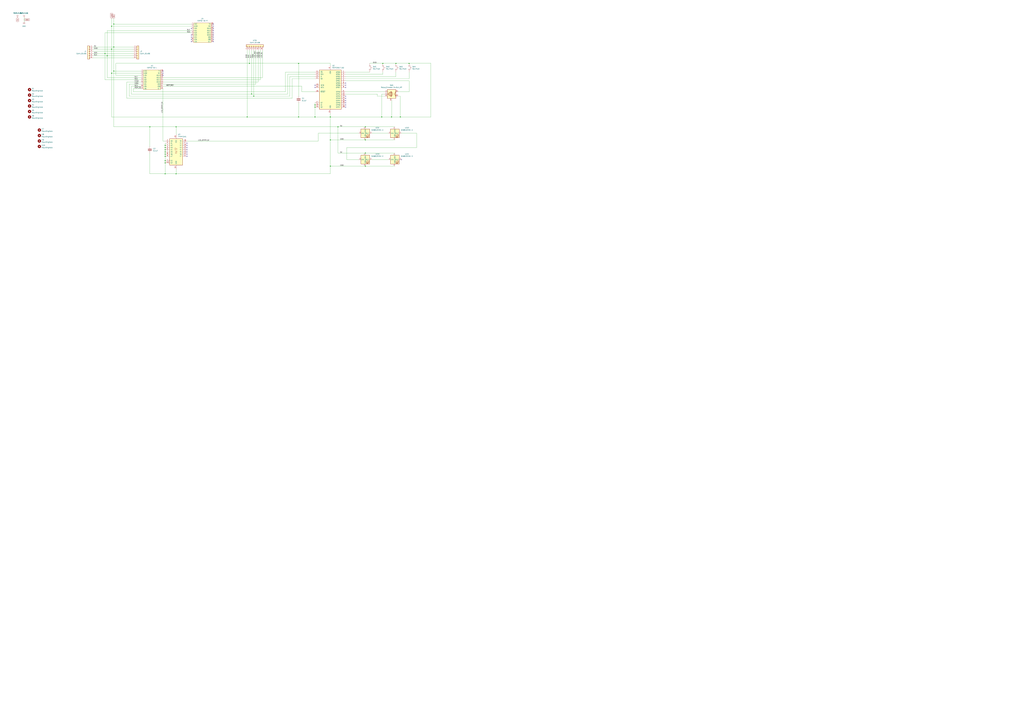
<source format=kicad_sch>
(kicad_sch (version 20250114) (generator "eeschema") (generator_version "9.0")
  (paper "A0")
  (lib_symbols
    (symbol "74xx:74AHC541" (pin_names (offset 1.016))
      (property "Reference" "U" (at -7.62 16.51 0))
      (property "Value" "74AHC541" (at -7.62 -16.51 0))
      (symbol "74AHC541_1_0"
        (polyline (pts (xy -1.27 -1.6002) (xy 0.635 -1.6002) (xy 0.635 0.9398) (xy 1.27 0.9398)))
        (polyline (pts (xy -0.635 -1.6002) (xy -0.635 0.9398) (xy 0.635 0.9398)))
        (polyline (pts (xy 1.27 3.4798) (xy -1.27 4.7498) (xy -1.27 2.2098) (xy 1.27 3.4798)) (stroke (width 0.1524)))
        (pin input line (at -12.7 12.7 0) (length 5.08) (name "A0") (number "2"))
        (pin input line (at -12.7 10.16 0) (length 5.08) (name "A1") (number "3"))
        (pin input line (at -12.7 7.62 0) (length 5.08) (name "A2") (number "4"))
        (pin input line (at -12.7 5.08 0) (length 5.08) (name "A3") (number "5"))
        (pin input line (at -12.7 2.54 0) (length 5.08) (name "A4") (number "6"))
        (pin input line (at -12.7 0 0) (length 5.08) (name "A5") (number "7"))
        (pin input line (at -12.7 -2.54 0) (length 5.08) (name "A6") (number "8"))
        (pin input line (at -12.7 -5.08 0) (length 5.08) (name "A7") (number "9"))
        (pin input inverted (at -12.7 -10.16 0) (length 5.08) (name "G1") (number "1"))
        (pin input inverted (at -12.7 -12.7 0) (length 5.08) (name "G2") (number "19"))
        (pin power_in line (at 0 20.32 270) (length 5.08) (name "VCC") (number "20"))
        (pin power_in line (at 0 -20.32 90) (length 5.08) (name "GND") (number "10"))
        (pin tri_state line (at 12.7 12.7 180) (length 5.08) (name "Y0") (number "18"))
        (pin tri_state line (at 12.7 10.16 180) (length 5.08) (name "Y1") (number "17"))
        (pin tri_state line (at 12.7 7.62 180) (length 5.08) (name "Y2") (number "16"))
        (pin tri_state line (at 12.7 5.08 180) (length 5.08) (name "Y3") (number "15"))
        (pin tri_state line (at 12.7 2.54 180) (length 5.08) (name "Y4") (number "14"))
        (pin tri_state line (at 12.7 0 180) (length 5.08) (name "Y5") (number "13"))
        (pin tri_state line (at 12.7 -2.54 180) (length 5.08) (name "Y6") (number "12"))
        (pin tri_state line (at 12.7 -5.08 180) (length 5.08) (name "Y7") (number "11"))
      )
      (symbol "74AHC541_1_1"
        (rectangle (start -7.62 15.24) (end 7.62 -15.24) (stroke (width 0.254)) (fill (type background)))
      )
    )
    (symbol "Connector_Generic:Conn_01x06" (pin_names (offset 1.016) (hide yes))
      (property "Reference" "J" (at 0 7.62 0))
      (property "Value" "Conn_01x06" (at 0 -10.16 0))
      (symbol "Conn_01x06_1_1"
        (rectangle (start -1.27 6.35) (end 1.27 -8.89) (stroke (width 0.254)) (fill (type background)))
        (rectangle (start -1.27 5.207) (end 0 4.953) (stroke (width 0.1524)))
        (rectangle (start -1.27 2.667) (end 0 2.413) (stroke (width 0.1524)))
        (rectangle (start -1.27 0.127) (end 0 -0.127) (stroke (width 0.1524)))
        (rectangle (start -1.27 -2.413) (end 0 -2.667) (stroke (width 0.1524)))
        (rectangle (start -1.27 -4.953) (end 0 -5.207) (stroke (width 0.1524)))
        (rectangle (start -1.27 -7.493) (end 0 -7.747) (stroke (width 0.1524)))
        (pin passive line (at -5.08 5.08 0) (length 3.81) (name "Pin_1") (number "1"))
        (pin passive line (at -5.08 2.54 0) (length 3.81) (name "Pin_2") (number "2"))
        (pin passive line (at -5.08 0 0) (length 3.81) (name "Pin_3") (number "3"))
        (pin passive line (at -5.08 -2.54 0) (length 3.81) (name "Pin_4") (number "4"))
        (pin passive line (at -5.08 -5.08 0) (length 3.81) (name "Pin_5") (number "5"))
        (pin passive line (at -5.08 -7.62 0) (length 3.81) (name "Pin_6") (number "6"))
      )
    )
    (symbol "Connector_Generic:Conn_01x08" (pin_names (offset 1.016) (hide yes))
      (property "Reference" "J" (at 0 10.16 0))
      (property "Value" "Conn_01x08" (at 0 -12.7 0))
      (symbol "Conn_01x08_1_1"
        (rectangle (start -1.27 8.89) (end 1.27 -11.43) (stroke (width 0.254)) (fill (type background)))
        (rectangle (start -1.27 7.747) (end 0 7.493) (stroke (width 0.1524)))
        (rectangle (start -1.27 5.207) (end 0 4.953) (stroke (width 0.1524)))
        (rectangle (start -1.27 2.667) (end 0 2.413) (stroke (width 0.1524)))
        (rectangle (start -1.27 0.127) (end 0 -0.127) (stroke (width 0.1524)))
        (rectangle (start -1.27 -2.413) (end 0 -2.667) (stroke (width 0.1524)))
        (rectangle (start -1.27 -4.953) (end 0 -5.207) (stroke (width 0.1524)))
        (rectangle (start -1.27 -7.493) (end 0 -7.747) (stroke (width 0.1524)))
        (rectangle (start -1.27 -10.033) (end 0 -10.287) (stroke (width 0.1524)))
        (pin passive line (at -5.08 7.62 0) (length 3.81) (name "Pin_1") (number "1"))
        (pin passive line (at -5.08 5.08 0) (length 3.81) (name "Pin_2") (number "2"))
        (pin passive line (at -5.08 2.54 0) (length 3.81) (name "Pin_3") (number "3"))
        (pin passive line (at -5.08 0 0) (length 3.81) (name "Pin_4") (number "4"))
        (pin passive line (at -5.08 -2.54 0) (length 3.81) (name "Pin_5") (number "5"))
        (pin passive line (at -5.08 -5.08 0) (length 3.81) (name "Pin_6") (number "6"))
        (pin passive line (at -5.08 -7.62 0) (length 3.81) (name "Pin_7") (number "7"))
        (pin passive line (at -5.08 -10.16 0) (length 3.81) (name "Pin_8") (number "8"))
      )
    )
    (symbol "Device:C" (pin_numbers (hide yes)) (pin_names (offset 0.254))
      (property "Reference" "C" (at 0.635 2.54 0))
      (property "Value" "C" (at 0.635 -2.54 0))
      (symbol "C_0_1"
        (polyline (pts (xy -2.032 0.762) (xy 2.032 0.762)) (stroke (width 0.508)))
        (polyline (pts (xy -2.032 -0.762) (xy 2.032 -0.762)) (stroke (width 0.508)))
      )
      (symbol "C_1_1"
        (pin passive line (at 0 3.81 270) (length 2.794) (name "~") (number "1"))
        (pin passive line (at 0 -3.81 90) (length 2.794) (name "~") (number "2"))
      )
    )
    (symbol "Device:RotaryEncoder_Switch_MP" (pin_names (offset 0.254) (hide yes))
      (property "Reference" "SW" (at 0 8.89 0))
      (property "Value" "RotaryEncoder_Switch_MP" (at 0 6.35 0))
      (symbol "RotaryEncoder_Switch_MP_0_1"
        (rectangle (start -5.08 5.08) (end 5.08 -5.08) (stroke (width 0.254)) (fill (type background)))
        (polyline (pts (xy -5.08 2.54) (xy -3.81 2.54) (xy -3.81 2.032)))
        (polyline (pts (xy -5.08 0) (xy -3.81 0) (xy -3.81 -1.016) (xy -3.302 -2.032)))
        (polyline (pts (xy -5.08 -2.54) (xy -3.81 -2.54) (xy -3.81 -2.032)))
        (polyline (pts (xy -4.318 0) (xy -3.81 0) (xy -3.81 1.016) (xy -3.302 2.032)))
        (circle (center -3.81 0) (radius 0.254) (fill (type outline)))
        (polyline (pts (xy -0.635 -1.778) (xy -0.635 1.778)) (stroke (width 0.254)))
        (circle (center -0.381 0) (radius 1.905) (stroke (width 0.254)))
        (polyline (pts (xy -0.381 -1.778) (xy -0.381 1.778)) (stroke (width 0.254)))
        (arc (start -0.381 -2.794) (mid -3.0988 -0.0635) (end -0.381 2.667) (stroke (width 0.254)))
        (polyline (pts (xy -0.127 1.778) (xy -0.127 -1.778)) (stroke (width 0.254)))
        (polyline (pts (xy 0.254 2.921) (xy -0.508 2.667) (xy 0.127 2.286)) (stroke (width 0.254)))
        (polyline (pts (xy 0.254 -3.048) (xy -0.508 -2.794) (xy 0.127 -2.413)) (stroke (width 0.254)))
        (polyline (pts (xy 3.81 1.016) (xy 3.81 -1.016)) (stroke (width 0.254)))
        (polyline (pts (xy 3.81 0) (xy 3.429 0)) (stroke (width 0.254)))
        (circle (center 4.318 1.016) (radius 0.127) (stroke (width 0.254)))
        (circle (center 4.318 -1.016) (radius 0.127) (stroke (width 0.254)))
        (polyline (pts (xy 5.08 2.54) (xy 4.318 2.54) (xy 4.318 1.016)) (stroke (width 0.254)))
        (polyline (pts (xy 5.08 -2.54) (xy 4.318 -2.54) (xy 4.318 -1.016)) (stroke (width 0.254)))
      )
      (symbol "RotaryEncoder_Switch_MP_1_1"
        (pin passive line (at -7.62 2.54 0) (length 2.54) (name "A") (number "A"))
        (pin passive line (at -7.62 0 0) (length 2.54) (name "C") (number "C"))
        (pin passive line (at -7.62 -2.54 0) (length 2.54) (name "B") (number "B"))
        (pin passive line (at 0 -7.62 90) (length 2.54) (name "MP") (number "MP"))
        (pin passive line (at 7.62 2.54 180) (length 2.54) (name "S1") (number "S1"))
        (pin passive line (at 7.62 -2.54 180) (length 2.54) (name "S2") (number "S2"))
      )
    )
    (symbol "Interface_Expansion:MCP23S17_SO" (pin_names (offset 1.016))
      (property "Reference" "U" (at -11.43 24.13 0))
      (property "Value" "MCP23S17_SO" (at 0 0 0))
      (symbol "MCP23S17_SO_0_1"
        (rectangle (start -12.7 22.86) (end 12.7 -22.86) (stroke (width 0.254)) (fill (type background)))
      )
      (symbol "MCP23S17_SO_1_1"
        (pin input line (at -17.78 20.32 0) (length 5.08) (name "~{CS}") (number "11"))
        (pin input line (at -17.78 17.78 0) (length 5.08) (name "SCK") (number "12"))
        (pin input line (at -17.78 15.24 0) (length 5.08) (name "SI") (number "13"))
        (pin output line (at -17.78 12.7 0) (length 5.08) (name "SO") (number "14"))
        (pin tri_state line (at -17.78 5.08 0) (length 5.08) (name "INTB") (number "19"))
        (pin tri_state line (at -17.78 2.54 0) (length 5.08) (name "INTA") (number "20"))
        (pin input line (at -17.78 -2.54 0) (length 5.08) (name "~{RESET}") (number "18"))
        (pin input line (at -17.78 -15.24 0) (length 5.08) (name "A2") (number "17"))
        (pin input line (at -17.78 -17.78 0) (length 5.08) (name "A1") (number "16"))
        (pin input line (at -17.78 -20.32 0) (length 5.08) (name "A0") (number "15"))
        (pin power_in line (at 0 27.94 270) (length 5.08) (name "VDD") (number "9"))
        (pin power_in line (at 0 -27.94 90) (length 5.08) (name "VSS") (number "10"))
        (pin bidirectional line (at 17.78 20.32 180) (length 5.08) (name "GPB0") (number "1"))
        (pin bidirectional line (at 17.78 17.78 180) (length 5.08) (name "GPB1") (number "2"))
        (pin bidirectional line (at 17.78 15.24 180) (length 5.08) (name "GPB2") (number "3"))
        (pin bidirectional line (at 17.78 12.7 180) (length 5.08) (name "GPB3") (number "4"))
        (pin bidirectional line (at 17.78 10.16 180) (length 5.08) (name "GPB4") (number "5"))
        (pin bidirectional line (at 17.78 7.62 180) (length 5.08) (name "GPB5") (number "6"))
        (pin bidirectional line (at 17.78 5.08 180) (length 5.08) (name "GPB6") (number "7"))
        (pin bidirectional line (at 17.78 2.54 180) (length 5.08) (name "GPB7") (number "8"))
        (pin bidirectional line (at 17.78 -2.54 180) (length 5.08) (name "GPA0") (number "21"))
        (pin bidirectional line (at 17.78 -5.08 180) (length 5.08) (name "GPA1") (number "22"))
        (pin bidirectional line (at 17.78 -7.62 180) (length 5.08) (name "GPA2") (number "23"))
        (pin bidirectional line (at 17.78 -10.16 180) (length 5.08) (name "GPA3") (number "24"))
        (pin bidirectional line (at 17.78 -12.7 180) (length 5.08) (name "GPA4") (number "25"))
        (pin bidirectional line (at 17.78 -15.24 180) (length 5.08) (name "GPA5") (number "26"))
        (pin bidirectional line (at 17.78 -17.78 180) (length 5.08) (name "GPA6") (number "27"))
        (pin bidirectional line (at 17.78 -20.32 180) (length 5.08) (name "GPA7") (number "28"))
      )
    )
    (symbol "Mechanical:MountingHole" (pin_names (offset 1.016)) (in_bom no)
      (property "Reference" "H" (at 0 5.08 0))
      (property "Value" "MountingHole" (at 0 3.175 0))
      (symbol "MountingHole_0_1"
        (circle (center 0 0) (radius 1.27) (stroke (width 1.27)))
      )
    )
    (symbol "PCM_marbastlib-various:SK6812MINI-E"
      (property "Reference" "LED" (at 2.54 6.35 0))
      (property "Value" "SK6812MINI-E" (at 7.62 -6.35 0))
      (symbol "SK6812MINI-E_0_0"
        (text "RGB" (at 2.286 -4.191 0) (effects (font (size 0.762 0.762))))
      )
      (symbol "SK6812MINI-E_0_1"
        (polyline (pts (xy 1.27 -2.54) (xy 1.778 -2.54)))
        (polyline (pts (xy 1.27 -3.556) (xy 1.778 -3.556)))
        (polyline (pts (xy 2.286 -1.524) (xy 1.27 -2.54) (xy 1.27 -2.032)))
        (polyline (pts (xy 2.286 -2.54) (xy 1.27 -3.556) (xy 1.27 -3.048)))
        (polyline (pts (xy 3.683 -1.016) (xy 3.683 -3.556) (xy 3.683 -4.064)))
        (polyline (pts (xy 4.699 -1.524) (xy 2.667 -1.524) (xy 3.683 -3.556) (xy 4.699 -1.524)))
        (polyline (pts (xy 4.699 -3.556) (xy 2.667 -3.556)))
        (rectangle (start 5.08 5.08) (end -5.08 -5.08) (stroke (width 0.254)) (fill (type background)))
      )
      (symbol "SK6812MINI-E_1_1"
        (pin input line (at -7.62 0 0) (length 2.54) (name "DIN") (number "3"))
        (pin power_in line (at 0 7.62 270) (length 2.54) (name "VDD") (number "1"))
        (pin power_in line (at 0 -7.62 90) (length 2.54) (name "VSS") (number "4"))
        (pin output line (at 7.62 0 180) (length 2.54) (name "DOUT") (number "2"))
      )
    )
    (symbol "Switch:SW_Push" (pin_numbers (hide yes)) (pin_names (offset 1.016) (hide yes))
      (property "Reference" "SW" (at 1.27 2.54 0))
      (property "Value" "SW_Push" (at 0 -1.524 0))
      (symbol "SW_Push_0_1"
        (circle (center -2.032 0) (radius 0.508))
        (polyline (pts (xy 0 1.27) (xy 0 3.048)))
        (circle (center 2.032 0) (radius 0.508))
        (polyline (pts (xy 2.54 1.27) (xy -2.54 1.27)))
        (pin passive line (at -5.08 0 0) (length 2.54) (name "1") (number "1"))
        (pin passive line (at 5.08 0 180) (length 2.54) (name "2") (number "2"))
      )
    )
    (symbol "power:GND" (power) (pin_numbers (hide yes)) (pin_names (offset 0) (hide yes))
      (property "Value" "GND" (at 0 -3.81 0))
      (symbol "GND_0_1"
        (polyline (pts (xy 0 0) (xy 0 -1.27) (xy 1.27 -1.27) (xy 0 -2.54) (xy -1.27 -1.27) (xy 0 -1.27)))
      )
      (symbol "GND_1_1"
        (pin power_in line (at 0 0 270) (length 0) (name "~") (number "1"))
      )
    )
    (symbol "power:PWR_FLAG" (power) (pin_numbers (hide yes)) (pin_names (offset 0) (hide yes))
      (property "Value" "PWR_FLAG" (at 0 3.81 0))
      (symbol "PWR_FLAG_0_0"
        (pin power_out line (at 0 0 90) (length 0) (name "~") (number "1"))
      )
      (symbol "PWR_FLAG_0_1"
        (polyline (pts (xy 0 0) (xy 0 1.27) (xy -1.016 1.905) (xy 0 2.54) (xy 1.016 1.905) (xy 0 1.27)))
      )
    )
    (symbol "tommy:Waveshare-ESP32-S3-Zero"
      (property "Reference" "U" (at -9.652 12.446 0))
      (symbol "Waveshare-ESP32-S3-Zero_1_1"
        (rectangle (start -10.16 11.43) (end 10.16 -11.43) (fill (type background)))
        (pin power_in line (at -12.7 10.16 0) (length 2.54) (name "VCC") (number "1"))
        (pin power_in line (at -12.7 7.62 0) (length 2.54) (name "GND") (number "2"))
        (pin power_out line (at -12.7 5.08 0) (length 2.54) (name "V3V") (number "3"))
        (pin bidirectional line (at -12.7 2.54 0) (length 2.54) (name "IO1") (number "4"))
        (pin bidirectional line (at -12.7 0 0) (length 2.54) (name "IO2") (number "5"))
        (pin bidirectional line (at -12.7 -2.54 0) (length 2.54) (name "IO3") (number "6"))
        (pin bidirectional line (at -12.7 -5.08 0) (length 2.54) (name "IO4") (number "7"))
        (pin bidirectional line (at -12.7 -7.62 0) (length 2.54) (name "IO5") (number "8"))
        (pin bidirectional line (at -12.7 -10.16 0) (length 2.54) (name "IO6") (number "9"))
        (pin bidirectional line (at 12.7 10.16 180) (length 2.54) (name "TX") (number "18"))
        (pin bidirectional line (at 12.7 7.62 180) (length 2.54) (name "RX") (number "17"))
        (pin bidirectional line (at 12.7 5.08 180) (length 2.54) (name "IO13") (number "16"))
        (pin bidirectional line (at 12.7 2.54 180) (length 2.54) (name "IO12") (number "15"))
        (pin bidirectional line (at 12.7 0 180) (length 2.54) (name "IO11") (number "14"))
        (pin bidirectional line (at 12.7 -2.54 180) (length 2.54) (name "IO10") (number "13"))
        (pin bidirectional line (at 12.7 -5.08 180) (length 2.54) (name "IO9") (number "12"))
        (pin bidirectional line (at 12.7 -7.62 180) (length 2.54) (name "IO8") (number "11"))
        (pin bidirectional line (at 12.7 -10.16 180) (length 2.54) (name "IO7") (number "10"))
      )
    )
  )
  (junction (at 443.23 135.89))
  (junction (at 204.47 147.32))
  (junction (at 204.47 201.93))
  (junction (at 444.5 73.66))
  (junction (at 365.76 135.89))
  (junction (at 365.76 121.92))
  (junction (at 191.77 201.93))
  (junction (at 424.18 177.8))
  (junction (at 191.77 181.61))
  (junction (at 191.77 189.23))
  (junction (at 173.99 147.32))
  (junction (at 191.77 179.07))
  (junction (at 294.64 111.76))
  (junction (at 121.92 62.23))
  (junction (at 191.77 168.91))
  (junction (at 191.77 176.53))
  (junction (at 346.71 73.66))
  (junction (at 129.54 30.48))
  (junction (at 454.66 135.89))
  (junction (at 383.54 135.89))
  (junction (at 383.54 162.56))
  (junction (at 424.18 147.32))
  (junction (at 191.77 173.99))
  (junction (at 132.08 27.94))
  (junction (at 289.56 73.66))
  (junction (at 191.77 186.69))
  (junction (at 474.98 73.66))
  (junction (at 132.08 54.61))
  (junction (at 459.74 73.66))
  (junction (at 383.54 193.04))
  (junction (at 129.54 57.15))
  (junction (at 124.46 64.77))
  (junction (at 292.1 109.22))
  (junction (at 464.82 135.89))
  (junction (at 392.43 147.32))
  (junction (at 132.08 82.55))
  (junction (at 129.54 85.09))
  (junction (at 287.02 135.89))
  (junction (at 365.76 124.46))
  (junction (at 424.18 193.04))
  (junction (at 346.71 135.89))
  (junction (at 424.18 162.56))
  (junction (at 191.77 171.45))
  (no_connect (at 401.32 124.46))
  (no_connect (at 247.65 33.02))
  (no_connect (at 401.32 114.3))
  (no_connect (at 217.17 173.99))
  (no_connect (at 222.25 45.72))
  (no_connect (at 466.09 185.42))
  (no_connect (at 222.25 43.18))
  (no_connect (at 217.17 171.45))
  (no_connect (at 217.17 181.61))
  (no_connect (at 401.32 96.52))
  (no_connect (at 217.17 166.37))
  (no_connect (at 247.65 30.48))
  (no_connect (at 247.65 40.64))
  (no_connect (at 247.65 27.94))
  (no_connect (at 401.32 119.38))
  (no_connect (at 365.76 99.06))
  (no_connect (at 217.17 179.07))
  (no_connect (at 222.25 40.64))
  (no_connect (at 189.23 82.55))
  (no_connect (at 247.65 38.1))
  (no_connect (at 222.25 33.02))
  (no_connect (at 247.65 45.72))
  (no_connect (at 401.32 99.06))
  (no_connect (at 217.17 176.53))
  (no_connect (at 401.32 116.84))
  (no_connect (at 217.17 168.91))
  (no_connect (at 365.76 101.6))
  (no_connect (at 222.25 48.26))
  (no_connect (at 247.65 48.26))
  (no_connect (at 401.32 121.92))
  (no_connect (at 189.23 85.09))
  (no_connect (at 247.65 43.18))
  (no_connect (at 247.65 35.56))
  (no_connect (at 401.32 111.76))
  (no_connect (at 401.32 101.6))
  (no_connect (at 189.23 87.63))
  (wire (pts (xy 292.1 58.42) (xy 292.1 109.22)))
  (wire (pts (xy 424.18 162.56) (xy 458.47 162.56)))
  (wire (pts (xy 129.54 30.48) (xy 129.54 57.15)))
  (wire (pts (xy 191.77 166.37) (xy 191.77 168.91)))
  (wire (pts (xy 124.46 35.56) (xy 222.25 35.56)))
  (wire (pts (xy 129.54 30.48) (xy 222.25 30.48)))
  (wire (pts (xy 369.57 163.83) (xy 369.57 154.94)))
  (wire (pts (xy 191.77 168.91) (xy 191.77 171.45)))
  (wire (pts (xy 132.08 21.59) (xy 132.08 27.94)))
  (wire (pts (xy 459.74 73.66) (xy 474.98 73.66)))
  (wire (pts (xy 383.54 73.66) (xy 383.54 76.2)))
  (wire (pts (xy 443.23 109.22) (xy 443.23 135.89)))
  (wire (pts (xy 334.01 86.36) (xy 365.76 86.36)))
  (wire (pts (xy 189.23 163.83) (xy 191.77 163.83)))
  (wire (pts (xy 402.59 171.45) (xy 402.59 185.42)))
  (wire (pts (xy 129.54 57.15) (xy 154.94 57.15)))
  (wire (pts (xy 107.95 67.31) (xy 154.94 67.31)))
  (wire (pts (xy 147.32 95.25) (xy 147.32 114.3)))
  (wire (pts (xy 365.76 119.38) (xy 365.76 121.92)))
  (wire (pts (xy 444.5 86.36) (xy 401.32 86.36)))
  (wire (pts (xy 336.55 88.9) (xy 365.76 88.9)))
  (wire (pts (xy 129.54 135.89) (xy 129.54 85.09)))
  (wire (pts (xy 500.38 135.89) (xy 500.38 73.66)))
  (wire (pts (xy 401.32 91.44) (xy 474.98 91.44)))
  (wire (pts (xy 173.99 147.32) (xy 132.08 147.32)))
  (wire (pts (xy 191.77 176.53) (xy 191.77 179.07)))
  (wire (pts (xy 402.59 185.42) (xy 416.56 185.42)))
  (wire (pts (xy 129.54 21.59) (xy 129.54 30.48)))
  (wire (pts (xy 339.09 114.3) (xy 339.09 91.44)))
  (wire (pts (xy 132.08 54.61) (xy 132.08 82.55)))
  (wire (pts (xy 365.76 121.92) (xy 365.76 124.46)))
  (wire (pts (xy 444.5 83.82) (xy 444.5 86.36)))
  (wire (pts (xy 424.18 177.8) (xy 458.47 177.8)))
  (wire (pts (xy 297.18 97.79) (xy 297.18 58.42)))
  (wire (pts (xy 346.71 135.89) (xy 365.76 135.89)))
  (wire (pts (xy 459.74 73.66) (xy 444.5 73.66)))
  (wire (pts (xy 173.99 201.93) (xy 173.99 177.8)))
  (wire (pts (xy 350.52 100.33) (xy 189.23 100.33)))
  (wire (pts (xy 204.47 201.93) (xy 204.47 196.85)))
  (wire (pts (xy 149.86 97.79) (xy 163.83 97.79)))
  (wire (pts (xy 346.71 73.66) (xy 346.71 111.76)))
  (wire (pts (xy 191.77 181.61) (xy 191.77 186.69)))
  (wire (pts (xy 189.23 102.87) (xy 189.23 163.83)))
  (wire (pts (xy 365.76 83.82) (xy 331.47 83.82)))
  (wire (pts (xy 173.99 147.32) (xy 173.99 170.18)))
  (wire (pts (xy 350.52 106.68) (xy 350.52 100.33)))
  (wire (pts (xy 121.92 62.23) (xy 154.94 62.23)))
  (wire (pts (xy 401.32 109.22) (xy 438.15 109.22)))
  (wire (pts (xy 107.95 59.69) (xy 154.94 59.69)))
  (wire (pts (xy 392.43 147.32) (xy 424.18 147.32)))
  (wire (pts (xy 152.4 100.33) (xy 163.83 100.33)))
  (wire (pts (xy 392.43 177.8) (xy 424.18 177.8)))
  (wire (pts (xy 189.23 97.79) (xy 297.18 97.79)))
  (wire (pts (xy 152.4 109.22) (xy 292.1 109.22)))
  (wire (pts (xy 466.09 154.94) (xy 483.87 154.94)))
  (wire (pts (xy 132.08 82.55) (xy 163.83 82.55)))
  (wire (pts (xy 369.57 154.94) (xy 416.56 154.94)))
  (wire (pts (xy 124.46 90.17) (xy 124.46 64.77)))
  (wire (pts (xy 107.95 57.15) (xy 129.54 57.15)))
  (wire (pts (xy 129.54 57.15) (xy 129.54 85.09)))
  (wire (pts (xy 294.64 58.42) (xy 294.64 111.76)))
  (wire (pts (xy 401.32 83.82) (xy 429.26 83.82)))
  (wire (pts (xy 443.23 135.89) (xy 454.66 135.89)))
  (wire (pts (xy 383.54 135.89) (xy 443.23 135.89)))
  (wire (pts (xy 383.54 162.56) (xy 383.54 135.89)))
  (wire (pts (xy 289.56 58.42) (xy 289.56 73.66)))
  (wire (pts (xy 154.94 106.68) (xy 154.94 102.87)))
  (wire (pts (xy 121.92 38.1) (xy 222.25 38.1)))
  (wire (pts (xy 189.23 90.17) (xy 304.8 90.17)))
  (wire (pts (xy 121.92 62.23) (xy 121.92 38.1)))
  (wire (pts (xy 383.54 193.04) (xy 383.54 201.93)))
  (wire (pts (xy 444.5 73.66) (xy 429.26 73.66)))
  (wire (pts (xy 149.86 97.79) (xy 149.86 111.76)))
  (wire (pts (xy 107.95 54.61) (xy 132.08 54.61)))
  (wire (pts (xy 424.18 147.32) (xy 458.47 147.32)))
  (wire (pts (xy 189.23 95.25) (xy 299.72 95.25)))
  (wire (pts (xy 339.09 91.44) (xy 365.76 91.44)))
  (wire (pts (xy 447.04 109.22) (xy 443.23 109.22)))
  (wire (pts (xy 107.95 64.77) (xy 124.46 64.77)))
  (wire (pts (xy 383.54 162.56) (xy 383.54 193.04)))
  (wire (pts (xy 454.66 135.89) (xy 464.82 135.89)))
  (wire (pts (xy 383.54 135.89) (xy 365.76 135.89)))
  (wire (pts (xy 383.54 132.08) (xy 383.54 135.89)))
  (wire (pts (xy 147.32 114.3) (xy 339.09 114.3)))
  (wire (pts (xy 204.47 201.93) (xy 383.54 201.93)))
  (wire (pts (xy 299.72 95.25) (xy 299.72 58.42)))
  (wire (pts (xy 134.62 73.66) (xy 289.56 73.66)))
  (wire (pts (xy 129.54 85.09) (xy 163.83 85.09)))
  (wire (pts (xy 462.28 111.76) (xy 464.82 111.76)))
  (wire (pts (xy 191.77 173.99) (xy 191.77 176.53)))
  (wire (pts (xy 392.43 147.32) (xy 392.43 177.8)))
  (wire (pts (xy 191.77 201.93) (xy 191.77 189.23)))
  (wire (pts (xy 431.8 185.42) (xy 450.85 185.42)))
  (wire (pts (xy 204.47 147.32) (xy 392.43 147.32)))
  (wire (pts (xy 292.1 109.22) (xy 334.01 109.22)))
  (wire (pts (xy 124.46 64.77) (xy 124.46 35.56)))
  (wire (pts (xy 401.32 88.9) (xy 459.74 88.9)))
  (wire (pts (xy 191.77 179.07) (xy 191.77 181.61)))
  (wire (pts (xy 147.32 95.25) (xy 163.83 95.25)))
  (wire (pts (xy 287.02 135.89) (xy 346.71 135.89)))
  (wire (pts (xy 438.15 109.22) (xy 438.15 111.76)))
  (wire (pts (xy 154.94 106.68) (xy 331.47 106.68)))
  (wire (pts (xy 464.82 111.76) (xy 464.82 135.89)))
  (wire (pts (xy 474.98 93.98) (xy 401.32 93.98)))
  (wire (pts (xy 336.55 111.76) (xy 336.55 88.9)))
  (wire (pts (xy 121.92 92.71) (xy 163.83 92.71)))
  (wire (pts (xy 483.87 171.45) (xy 402.59 171.45)))
  (wire (pts (xy 438.15 111.76) (xy 447.04 111.76)))
  (wire (pts (xy 350.52 106.68) (xy 365.76 106.68)))
  (wire (pts (xy 294.64 111.76) (xy 336.55 111.76)))
  (wire (pts (xy 431.8 154.94) (xy 450.85 154.94)))
  (wire (pts (xy 346.71 73.66) (xy 383.54 73.66)))
  (wire (pts (xy 204.47 201.93) (xy 191.77 201.93)))
  (wire (pts (xy 331.47 83.82) (xy 331.47 106.68)))
  (wire (pts (xy 191.77 186.69) (xy 191.77 189.23)))
  (wire (pts (xy 204.47 147.32) (xy 173.99 147.32)))
  (wire (pts (xy 134.62 73.66) (xy 134.62 87.63)))
  (wire (pts (xy 464.82 135.89) (xy 500.38 135.89)))
  (wire (pts (xy 474.98 73.66) (xy 500.38 73.66)))
  (wire (pts (xy 204.47 147.32) (xy 204.47 156.21)))
  (wire (pts (xy 217.17 163.83) (xy 369.57 163.83)))
  (wire (pts (xy 121.92 92.71) (xy 121.92 62.23)))
  (wire (pts (xy 191.77 171.45) (xy 191.77 173.99)))
  (wire (pts (xy 287.02 58.42) (xy 287.02 135.89)))
  (wire (pts (xy 124.46 64.77) (xy 154.94 64.77)))
  (wire (pts (xy 474.98 106.68) (xy 474.98 93.98)))
  (wire (pts (xy 462.28 106.68) (xy 474.98 106.68)))
  (wire (pts (xy 346.71 119.38) (xy 346.71 135.89)))
  (wire (pts (xy 304.8 90.17) (xy 304.8 58.42)))
  (wire (pts (xy 191.77 201.93) (xy 173.99 201.93)))
  (wire (pts (xy 383.54 193.04) (xy 424.18 193.04)))
  (wire (pts (xy 132.08 27.94) (xy 222.25 27.94)))
  (wire (pts (xy 474.98 91.44) (xy 474.98 83.82)))
  (wire (pts (xy 189.23 92.71) (xy 302.26 92.71)))
  (wire (pts (xy 132.08 54.61) (xy 154.94 54.61)))
  (wire (pts (xy 302.26 92.71) (xy 302.26 58.42)))
  (wire (pts (xy 149.86 111.76) (xy 294.64 111.76)))
  (wire (pts (xy 483.87 154.94) (xy 483.87 171.45)))
  (wire (pts (xy 132.08 27.94) (xy 132.08 54.61)))
  (wire (pts (xy 107.95 62.23) (xy 121.92 62.23)))
  (wire (pts (xy 459.74 83.82) (xy 459.74 88.9)))
  (wire (pts (xy 365.76 124.46) (xy 365.76 135.89)))
  (wire (pts (xy 401.32 106.68) (xy 447.04 106.68)))
  (wire (pts (xy 424.18 193.04) (xy 458.47 193.04)))
  (wire (pts (xy 289.56 73.66) (xy 346.71 73.66)))
  (wire (pts (xy 134.62 87.63) (xy 163.83 87.63)))
  (wire (pts (xy 152.4 100.33) (xy 152.4 109.22)))
  (wire (pts (xy 27.94 20.32) (xy 27.94 25.4)))
  (wire (pts (xy 129.54 135.89) (xy 287.02 135.89)))
  (wire (pts (xy 424.18 162.56) (xy 383.54 162.56)))
  (wire (pts (xy 124.46 90.17) (xy 163.83 90.17)))
  (wire (pts (xy 132.08 82.55) (xy 132.08 147.32)))
  (wire (pts (xy 454.66 116.84) (xy 454.66 135.89)))
  (wire (pts (xy 154.94 102.87) (xy 163.83 102.87)))
  (wire (pts (xy 334.01 109.22) (xy 334.01 86.36)))
  (label "5V" (at 394.97 177.8 0))
  (label "5V" (at 109.22 54.61 0))
  (label "GND" (at 287.02 67.31 90))
  (label "SDA" (at 109.22 62.23 0))
  (label "LCD_DC" (at 299.72 67.31 90))
  (label "LCD_BL" (at 304.8 67.31 90))
  (label "GND" (at 394.97 193.04 0))
  (label "MISO" (at 156.21 95.25 0))
  (label "SDA" (at 156.21 92.71 0))
  (label "5V" (at 394.97 147.32 0))
  (label "SDA" (at 217.17 38.1 0))
  (label "LCD_RST" (at 297.18 67.31 90))
  (label "~{LCD_CS}" (at 302.26 67.31 90))
  (label "GND" (at 394.97 162.56 0))
  (label "SCK" (at 292.1 67.31 90))
  (label "LED_STRIP_5V" (at 229.87 163.83 0))
  (label "~{MCP_RST}" (at 193.04 100.33 0))
  (label "MOSI" (at 156.21 97.79 0))
  (label "SLC" (at 217.17 35.56 0))
  (label "SCK" (at 156.21 100.33 0))
  (label "SLC" (at 156.21 90.17 0))
  (label "GND" (at 433.07 73.66 0))
  (label "LED_STRIP_3V" (at 189.23 118.11 270))
  (label "SLC" (at 109.22 64.77 0))
  (label "~{MCP_CS}" (at 156.21 102.87 0))
  (label "MOSI" (at 294.64 67.31 90))
  (label "3V3" (at 289.56 67.31 90))
  (label "GND" (at 109.22 57.15 0))
  (global_label "GND" (shape input) (at 27.94 22.86 0) (property "Intersheetrefs" "${INTERSHEET_REFS}" (effects (hide yes))))
  (global_label "GND" (shape input) (at 129.54 21.59 90) (property "Intersheetrefs" "${INTERSHEET_REFS}" (effects (hide yes))))
  (global_label "5V" (shape input) (at 20.32 20.32 270) (property "Intersheetrefs" "${INTERSHEET_REFS}" (effects (hide yes))))
  (global_label "5V" (shape input) (at 132.08 21.59 90) (property "Intersheetrefs" "${INTERSHEET_REFS}" (effects (hide yes))))
  (symbol (lib_id "Mechanical:MountingHole") (at 34.29 129.54 0) (unit 1) (in_bom no)
    (property "Reference" "H5" (at 36.83 128.2699 0) (effects (justify left)))
    (property "Value" "MountingHole" (at 36.83 130.8099 0) (effects (justify left)))
    (property "Footprint" "MountingHole:MountingHole_2.2mm_M2" (effects (hide yes)))
    (property "Description" "Mounting Hole without connection" (effects (hide yes)))
  )
  (symbol (lib_id "PCM_marbastlib-various:SK6812MINI-E") (at 458.47 185.42 0) (unit 1)
    (property "Reference" "LED4" (at 472.44 178.9998 0))
    (property "Value" "SK6812MINI-E" (at 472.44 181.5398 0))
    (property "Footprint" "PCM_marbastlib-choc:LED_choc_6028R-ROT" (effects (hide yes)))
    (property "Description" "Reverse mount adressable LED (WS2812 protocol)" (effects (hide yes)))
  )
  (symbol (lib_id "Connector_Generic:Conn_01x06") (at 102.87 59.69 0) (mirror y) (unit 1)
    (property "Reference" "J1" (at 100.33 59.6899 0) (effects (justify left)))
    (property "Value" "Conn_01x06" (at 100.33 62.2299 0) (effects (justify left)))
    (property "Footprint" "Tommy:PinSocket_1x06_P2.54mm_MagPogoHor" (effects (hide yes)))
    (property "Description" "Generic connector, single row, 01x06, script generated (kicad-library-utils/schlib/autogen/connector/)" (effects (hide yes)))
  )
  (symbol (lib_id "power:PWR_FLAG") (at 27.94 20.32 0) (unit 1)
    (property "Reference" "#FLG02" (effects (hide yes)))
    (property "Value" "PWR_FLAG" (at 27.94 15.24 0))
    (property "Description" "Special symbol for telling ERC where power comes from" (effects (hide yes)))
  )
  (symbol (lib_id "Mechanical:MountingHole") (at 34.29 135.89 0) (unit 1) (in_bom no)
    (property "Reference" "H6" (at 36.83 134.6199 0) (effects (justify left)))
    (property "Value" "MountingHole" (at 36.83 137.1599 0) (effects (justify left)))
    (property "Footprint" "MountingHole:MountingHole_2.2mm_M2" (effects (hide yes)))
    (property "Description" "Mounting Hole without connection" (effects (hide yes)))
  )
  (symbol (lib_id "Device:RotaryEncoder_Switch_MP") (at 454.66 109.22 0) (unit 1)
    (property "Reference" "SW5" (at 454.66 99.06 0))
    (property "Value" "RotaryEncoder_Switch_MP" (at 454.66 101.6 0))
    (property "Footprint" "Rotary_Encoder:RotaryEncoder_Alps_EC11E-Switch_Vertical_H20mm" (effects (hide yes)))
    (property "Description" "Rotary encoder, dual channel, incremental quadrate outputs, with switch and MP Pin" (effects (hide yes)))
  )
  (symbol (lib_id "tommy:Waveshare-ESP32-S3-Zero") (at 234.95 38.1 0) (unit 1)
    (property "Reference" "U4" (at 234.95 21.59 0))
    (property "Value" "ESP32 S3 R" (at 234.95 24.13 0))
    (property "Footprint" "JonathanAdams-Waveshare-ESP32:Waveshare-ESP32-C3-Zero" (effects (hide yes)))
    (property "Datasheet" "https://www.waveshare.com/wiki/ESP32-S3-Zero" (effects (hide yes)))
  )
  (symbol (lib_id "Device:C") (at 173.99 173.99 0) (unit 1)
    (property "Reference" "C2" (at 177.8 172.7199 0) (effects (justify left)))
    (property "Value" "0.1uF" (at 177.8 175.2599 0) (effects (justify left)))
    (property "Footprint" "Capacitor_SMD:C_1206_3216Metric_Pad1.33x1.80mm_HandSolder" (effects (hide yes)))
    (property "Description" "Unpolarized capacitor" (effects (hide yes)))
  )
  (symbol (lib_id "Mechanical:MountingHole") (at 34.29 123.19 0) (unit 1) (in_bom no)
    (property "Reference" "H4" (at 36.83 121.9199 0) (effects (justify left)))
    (property "Value" "MountingHole" (at 36.83 124.4599 0) (effects (justify left)))
    (property "Footprint" "MountingHole:MountingHole_2.2mm_M2" (effects (hide yes)))
    (property "Description" "Mounting Hole without connection" (effects (hide yes)))
  )
  (symbol (lib_id "Switch:SW_Push") (at 429.26 78.74 270) (unit 1)
    (property "Reference" "SW1" (at 433.07 77.4699 90) (effects (justify left)))
    (property "Value" "SW_Push" (at 433.07 80.0099 90) (effects (justify left)))
    (property "Footprint" "PCM_Switch_Keyboard_Hotswap_Kailh:SW_Hotswap_Kailh_Choc_V1_1.50u" (effects (hide yes)))
    (property "Description" "Push button switch, generic, two pins" (effects (hide yes)))
  )
  (symbol (lib_id "Mechanical:MountingHole") (at 34.29 116.84 0) (unit 1) (in_bom no)
    (property "Reference" "H3" (at 36.83 115.5699 0) (effects (justify left)))
    (property "Value" "MountingHole" (at 36.83 118.1099 0) (effects (justify left)))
    (property "Footprint" "MountingHole:MountingHole_2.2mm_M2" (effects (hide yes)))
    (property "Description" "Mounting Hole without connection" (effects (hide yes)))
  )
  (symbol (lib_id "74xx:74AHC541") (at 204.47 176.53 0) (unit 1)
    (property "Reference" "U3" (at 206.6133 156.21 0) (effects (justify left)))
    (property "Value" "74AHC541" (at 206.6133 158.75 0) (effects (justify left)))
    (property "Footprint" "Package_SO:SOIC-20W_7.5x12.8mm_P1.27mm" (effects (hide yes)))
    (property "Datasheet" "https://www.ti.com/lit/ds/symlink/sn74ahc541.pdf" (effects (hide yes)))
    (property "Description" "8-bit Buffer/Line Driver 3-state outputs" (effects (hide yes)))
  )
  (symbol (lib_id "PCM_marbastlib-various:SK6812MINI-E") (at 424.18 185.42 0) (unit 1)
    (property "Reference" "LED3" (at 438.15 178.9998 0))
    (property "Value" "SK6812MINI-E" (at 438.15 181.5398 0))
    (property "Footprint" "PCM_marbastlib-choc:LED_choc_6028R-ROT" (effects (hide yes)))
    (property "Description" "Reverse mount adressable LED (WS2812 protocol)" (effects (hide yes)))
  )
  (symbol (lib_id "Device:C") (at 346.71 115.57 0) (unit 1)
    (property "Reference" "C1" (at 350.52 114.2999 0) (effects (justify left)))
    (property "Value" "0.1uF" (at 350.52 116.8399 0) (effects (justify left)))
    (property "Footprint" "Capacitor_SMD:C_1206_3216Metric_Pad1.33x1.80mm_HandSolder" (effects (hide yes)))
    (property "Description" "Unpolarized capacitor" (effects (hide yes)))
  )
  (symbol (lib_id "Mechanical:MountingHole") (at 45.72 157.48 0) (unit 1) (in_bom no)
    (property "Reference" "H8" (at 48.26 156.2099 0) (effects (justify left)))
    (property "Value" "MountingHole" (at 48.26 158.7499 0) (effects (justify left)))
    (property "Footprint" "MountingHole:MountingHole_2.2mm_M2" (effects (hide yes)))
    (property "Description" "Mounting Hole without connection" (effects (hide yes)))
  )
  (symbol (lib_id "Switch:SW_Push") (at 444.5 78.74 270) (unit 1)
    (property "Reference" "SW2" (at 448.31 77.4699 90) (effects (justify left)))
    (property "Value" "SW_Push" (at 448.31 80.0099 90) (effects (justify left)))
    (property "Footprint" "PCM_Switch_Keyboard_Hotswap_Kailh:SW_Hotswap_Kailh_Choc_V1_1.50u" (effects (hide yes)))
    (property "Description" "Push button switch, generic, two pins" (effects (hide yes)))
  )
  (symbol (lib_id "power:PWR_FLAG") (at 20.32 20.32 0) (unit 1)
    (property "Reference" "#FLG01" (effects (hide yes)))
    (property "Value" "PWR_FLAG" (at 20.32 15.24 0))
    (property "Description" "Special symbol for telling ERC where power comes from" (effects (hide yes)))
  )
  (symbol (lib_id "Switch:SW_Push") (at 474.98 78.74 270) (unit 1)
    (property "Reference" "SW4" (at 478.79 77.4699 90) (effects (justify left)))
    (property "Value" "SW_Push" (at 478.79 80.0099 90) (effects (justify left)))
    (property "Footprint" "PCM_Switch_Keyboard_Hotswap_Kailh:SW_Hotswap_Kailh_Choc_V1_1.50u" (effects (hide yes)))
    (property "Description" "Push button switch, generic, two pins" (effects (hide yes)))
  )
  (symbol (lib_id "Switch:SW_Push") (at 459.74 78.74 270) (unit 1)
    (property "Reference" "SW3" (at 463.55 77.4699 90) (effects (justify left)))
    (property "Value" "SW_Push" (at 463.55 80.0099 90) (effects (justify left)))
    (property "Footprint" "PCM_Switch_Keyboard_Hotswap_Kailh:SW_Hotswap_Kailh_Choc_V1_1.50u" (effects (hide yes)))
    (property "Description" "Push button switch, generic, two pins" (effects (hide yes)))
  )
  (symbol (lib_id "Interface_Expansion:MCP23S17_SO") (at 383.54 104.14 0) (unit 1)
    (property "Reference" "U2" (at 385.6833 76.2 0) (effects (justify left)))
    (property "Value" "MCP23S17_SO" (at 385.6833 78.74 0) (effects (justify left)))
    (property "Footprint" "Package_SO:SOIC-28W_7.5x17.9mm_P1.27mm" (effects (hide yes)))
    (property "Datasheet" "http://ww1.microchip.com/downloads/en/DeviceDoc/20001952C.pdf" (effects (hide yes)))
    (property "Description" "16-bit I/O expander, SPI, interrupts, w pull-ups, SOIC-28" (effects (hide yes)))
  )
  (symbol (lib_id "PCM_marbastlib-various:SK6812MINI-E") (at 424.18 154.94 0) (unit 1)
    (property "Reference" "LED1" (at 438.15 148.5198 0))
    (property "Value" "SK6812MINI-E" (at 438.15 151.0598 0))
    (property "Footprint" "PCM_marbastlib-choc:LED_choc_6028R-ROT" (effects (hide yes)))
    (property "Description" "Reverse mount adressable LED (WS2812 protocol)" (effects (hide yes)))
  )
  (symbol (lib_id "power:GND") (at 27.94 25.4 0) (unit 1)
    (property "Reference" "#PWR01" (effects (hide yes)))
    (property "Value" "GND" (at 27.94 30.48 0))
    (property "Description" "Power symbol creates a global label with name \"GND\" , ground" (effects (hide yes)))
  )
  (symbol (lib_id "Connector_Generic:Conn_01x06") (at 160.02 59.69 0) (unit 1)
    (property "Reference" "J2" (at 162.56 59.6899 0) (effects (justify left)))
    (property "Value" "Conn_01x06" (at 162.56 62.2299 0) (effects (justify left)))
    (property "Footprint" "Tommy:PinSocket_1x06_P2.54mm_MagPogoHor_R" (effects (hide yes)))
    (property "Description" "Generic connector, single row, 01x06, script generated (kicad-library-utils/schlib/autogen/connector/)" (effects (hide yes)))
  )
  (symbol (lib_id "Connector_Generic:Conn_01x08") (at 294.64 53.34 90) (unit 1)
    (property "Reference" "LCD1" (at 295.91 46.99 90))
    (property "Value" "Conn_01x08" (at 295.91 49.53 90))
    (property "Footprint" "Connector_PinHeader_2.54mm:PinHeader_1x08_P2.54mm_Vertical" (effects (hide yes)))
    (property "Description" "Generic connector, single row, 01x08, script generated (kicad-library-utils/schlib/autogen/connector/)" (effects (hide yes)))
  )
  (symbol (lib_id "Mechanical:MountingHole") (at 34.29 110.49 0) (unit 1) (in_bom no)
    (property "Reference" "H2" (at 36.83 109.2199 0) (effects (justify left)))
    (property "Value" "MountingHole" (at 36.83 111.7599 0) (effects (justify left)))
    (property "Footprint" "MountingHole:MountingHole_2.2mm_M2" (effects (hide yes)))
    (property "Description" "Mounting Hole without connection" (effects (hide yes)))
  )
  (symbol (lib_id "Mechanical:MountingHole") (at 45.72 170.18 0) (unit 1) (in_bom no)
    (property "Reference" "H10" (at 48.26 168.9099 0) (effects (justify left)))
    (property "Value" "MountingHole" (at 48.26 171.4499 0) (effects (justify left)))
    (property "Footprint" "MountingHole:MountingHole_2.2mm_M2" (effects (hide yes)))
    (property "Description" "Mounting Hole without connection" (effects (hide yes)))
  )
  (symbol (lib_id "Mechanical:MountingHole") (at 45.72 163.83 0) (unit 1) (in_bom no)
    (property "Reference" "H9" (at 48.26 162.5599 0) (effects (justify left)))
    (property "Value" "MountingHole" (at 48.26 165.0999 0) (effects (justify left)))
    (property "Footprint" "MountingHole:MountingHole_2.2mm_M2" (effects (hide yes)))
    (property "Description" "Mounting Hole without connection" (effects (hide yes)))
  )
  (symbol (lib_id "PCM_marbastlib-various:SK6812MINI-E") (at 458.47 154.94 0) (unit 1)
    (property "Reference" "LED2" (at 472.44 148.5198 0))
    (property "Value" "SK6812MINI-E" (at 472.44 151.0598 0))
    (property "Footprint" "PCM_marbastlib-choc:LED_choc_6028R-ROT" (effects (hide yes)))
    (property "Description" "Reverse mount adressable LED (WS2812 protocol)" (effects (hide yes)))
  )
  (symbol (lib_id "Mechanical:MountingHole") (at 45.72 151.13 0) (unit 1) (in_bom no)
    (property "Reference" "H7" (at 48.26 149.8599 0) (effects (justify left)))
    (property "Value" "MountingHole" (at 48.26 152.3999 0) (effects (justify left)))
    (property "Footprint" "MountingHole:MountingHole_2.2mm_M2" (effects (hide yes)))
    (property "Description" "Mounting Hole without connection" (effects (hide yes)))
  )
  (symbol (lib_id "tommy:Waveshare-ESP32-S3-Zero") (at 176.53 92.71 0) (unit 1)
    (property "Reference" "U1" (at 176.53 76.2 0))
    (property "Value" "ESP32 S3 L" (at 176.53 78.74 0))
    (property "Footprint" "JonathanAdams-Waveshare-ESP32:Waveshare-ESP32-C3-Zero" (effects (hide yes)))
    (property "Datasheet" "https://www.waveshare.com/wiki/ESP32-S3-Zero" (effects (hide yes)))
  )
  (symbol (lib_id "Mechanical:MountingHole") (at 34.29 104.14 0) (unit 1) (in_bom no)
    (property "Reference" "H1" (at 36.83 102.8699 0) (effects (justify left)))
    (property "Value" "MountingHole" (at 36.83 105.4099 0) (effects (justify left)))
    (property "Footprint" "MountingHole:MountingHole_2.2mm_M2" (effects (hide yes)))
    (property "Description" "Mounting Hole without connection" (effects (hide yes)))
  )
)
</source>
